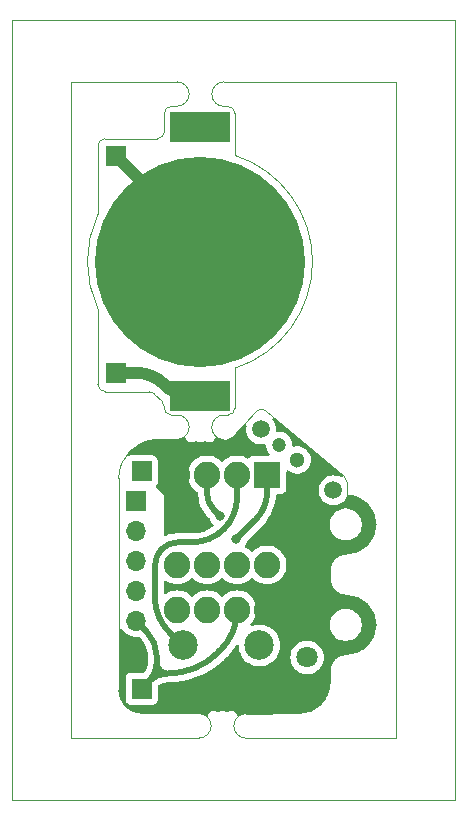
<source format=gbr>
%TF.GenerationSoftware,KiCad,Pcbnew,8.0.2-1*%
%TF.CreationDate,2024-07-30T22:04:43-07:00*%
%TF.ProjectId,tamagotchi_panel_rounded,74616d61-676f-4746-9368-695f70616e65,rev?*%
%TF.SameCoordinates,Original*%
%TF.FileFunction,Copper,L2,Bot*%
%TF.FilePolarity,Positive*%
%FSLAX46Y46*%
G04 Gerber Fmt 4.6, Leading zero omitted, Abs format (unit mm)*
G04 Created by KiCad (PCBNEW 8.0.2-1) date 2024-07-30 22:04:43*
%MOMM*%
%LPD*%
G01*
G04 APERTURE LIST*
G04 Aperture macros list*
%AMRotRect*
0 Rectangle, with rotation*
0 The origin of the aperture is its center*
0 $1 length*
0 $2 width*
0 $3 Rotation angle, in degrees counterclockwise*
0 Add horizontal line*
21,1,$1,$2,0,0,$3*%
G04 Aperture macros list end*
%TA.AperFunction,ComponentPad*%
%ADD10R,2.250000X2.250000*%
%TD*%
%TA.AperFunction,ComponentPad*%
%ADD11C,2.250000*%
%TD*%
%TA.AperFunction,ComponentPad*%
%ADD12R,1.700000X1.700000*%
%TD*%
%TA.AperFunction,ComponentPad*%
%ADD13C,1.300000*%
%TD*%
%TA.AperFunction,ComponentPad*%
%ADD14C,1.200000*%
%TD*%
%TA.AperFunction,ComponentPad*%
%ADD15C,1.500000*%
%TD*%
%TA.AperFunction,ComponentPad*%
%ADD16C,2.500000*%
%TD*%
%TA.AperFunction,ComponentPad*%
%ADD17RotRect,1.800000X1.800000X70.000000*%
%TD*%
%TA.AperFunction,ComponentPad*%
%ADD18C,1.800000*%
%TD*%
%TA.AperFunction,SMDPad,CuDef*%
%ADD19R,5.100000X2.500000*%
%TD*%
%TA.AperFunction,SMDPad,CuDef*%
%ADD20C,17.800000*%
%TD*%
%TA.AperFunction,ComponentPad*%
%ADD21O,1.700000X1.700000*%
%TD*%
%TA.AperFunction,ViaPad*%
%ADD22C,0.800000*%
%TD*%
%TA.AperFunction,Conductor*%
%ADD23C,0.500000*%
%TD*%
%TA.AperFunction,Conductor*%
%ADD24C,1.000000*%
%TD*%
%TA.AperFunction,Profile*%
%ADD25C,0.100000*%
%TD*%
G04 APERTURE END LIST*
D10*
%TO.P,U1,1,~{RESET}/PB5*%
%TO.N,ISP RESET*%
X39620077Y-51983079D03*
D11*
%TO.P,U1,2,XTAL1/PB3*%
%TO.N,BUTTON*%
X37080077Y-51983079D03*
%TO.P,U1,3,XTAL2/PB4*%
%TO.N,LED*%
X34540077Y-51983079D03*
%TO.P,U1,4,GND*%
%TO.N,GND*%
X32000077Y-51983079D03*
%TO.P,U1,5,AREF/PB0*%
%TO.N,ISP MOSI*%
X32000077Y-59603079D03*
%TO.P,U1,6,PB1*%
%TO.N,ISP MISO*%
X34540077Y-59603079D03*
%TO.P,U1,7,PB2*%
%TO.N,ISP SCK*%
X37080077Y-59603079D03*
%TO.P,U1,8,VCC*%
%TO.N,VCC*%
X39620077Y-59603079D03*
%TD*%
D12*
%TO.P,J4,1,Pin_1*%
%TO.N,Net-(BT2-+)*%
X26800000Y-43343402D03*
%TD*%
D13*
%TO.P,SW2,1,1*%
%TO.N,GND*%
X43704199Y-51996982D03*
D14*
%TO.P,SW2,2,2*%
%TO.N,Net-(J3-Pin_1)*%
X40640021Y-49425832D03*
D13*
%TO.P,SW2,3*%
X42172110Y-50711407D03*
D15*
%TO.P,SW2,MH1*%
%TO.N,N/C*%
X45236288Y-53282557D03*
%TO.P,SW2,MH2*%
X39107932Y-48140256D03*
%TD*%
D16*
%TO.P,SW1,1,1*%
%TO.N,GND*%
X38968713Y-70923675D03*
X32468713Y-70923675D03*
%TO.P,SW1,2,2*%
%TO.N,BUTTON*%
X38968713Y-66423675D03*
X32468713Y-66423675D03*
%TD*%
D11*
%TO.P,U2,1,Gnd*%
%TO.N,GND*%
X39625000Y-63400000D03*
%TO.P,U2,2,VCC*%
%TO.N,VCC*%
X37085000Y-63400000D03*
%TO.P,U2,3,SCL*%
%TO.N,ISP SCK*%
X34545000Y-63400000D03*
%TO.P,U2,4,SDA*%
%TO.N,ISP MOSI*%
X32005000Y-63400000D03*
%TD*%
D12*
%TO.P,J3,1,Pin_1*%
%TO.N,Net-(J3-Pin_1)*%
X28993960Y-51683079D03*
%TD*%
%TO.P,J5,1,Pin_1*%
%TO.N,Net-(BT2--)*%
X26800000Y-24943402D03*
%TD*%
%TO.P,J2,1,Pin_1*%
%TO.N,VCC*%
X28993960Y-70083079D03*
%TD*%
D17*
%TO.P,D1,1,K*%
%TO.N,GND*%
X42142843Y-69816333D03*
D18*
%TO.P,D1,2,A*%
%TO.N,LED*%
X43011574Y-67429514D03*
%TD*%
D19*
%TO.P,BT2,1,+*%
%TO.N,Net-(BT2-+)*%
X33978370Y-45343402D03*
X33978370Y-22543402D03*
D20*
%TO.P,BT2,2,-*%
%TO.N,Net-(BT2--)*%
X33978370Y-33943402D03*
%TD*%
D12*
%TO.P,J1,1,Pin_1*%
%TO.N,ISP RESET*%
X28505077Y-54163079D03*
D21*
%TO.P,J1,2,Pin_2*%
%TO.N,ISP SCK*%
X28505077Y-56703079D03*
%TO.P,J1,3,Pin_3*%
%TO.N,ISP MISO*%
X28505077Y-59243079D03*
%TO.P,J1,4,Pin_4*%
%TO.N,ISP MOSI*%
X28505077Y-61783079D03*
%TO.P,J1,5,Pin_5*%
%TO.N,VCC*%
X28505077Y-64323079D03*
%TO.P,J1,6,Pin_6*%
%TO.N,GND*%
X28505077Y-66863079D03*
%TD*%
D22*
%TO.N,ISP RESET*%
X37000034Y-57432193D03*
%TO.N,Net-(BT2-+)*%
X33978370Y-22543402D03*
%TO.N,LED*%
X35647360Y-55468176D03*
%TD*%
D23*
%TO.N,LED*%
X34540077Y-53577925D02*
G75*
G03*
X35093736Y-54914516I1890223J25D01*
G01*
X34540077Y-53577925D02*
X34540077Y-51983079D01*
X35093718Y-54914534D02*
X35647360Y-55468176D01*
D24*
%TO.N,Net-(BT2--)*%
X33318981Y-31418981D02*
G75*
G02*
X33978387Y-33010886I-1591881J-1591919D01*
G01*
X26858746Y-24958746D02*
G75*
G03*
X26821701Y-24943403I-37046J-37054D01*
G01*
%TO.N,Net-(BT2-+)*%
X30943402Y-44343402D02*
G75*
G03*
X28529188Y-43343406I-2414202J-2414198D01*
G01*
X31223932Y-44623932D02*
G75*
G03*
X32960886Y-45343418I1736968J1736932D01*
G01*
D23*
%TO.N,VCC*%
X37085000Y-63400000D02*
G75*
G02*
X35660165Y-66839835I-4864690J20D01*
G01*
X35478902Y-67021096D02*
G75*
G02*
X31184312Y-68800004I-4294652J4294636D01*
G01*
X29635499Y-69441539D02*
G75*
G03*
X30277061Y-67892726I-1548799J1548839D01*
G01*
X31184312Y-68800000D02*
G75*
G03*
X29635504Y-69441544I-12J-2190300D01*
G01*
X30277039Y-67892726D02*
G75*
G03*
X31184312Y-68799961I907261J26D01*
G01*
X29391058Y-65209060D02*
G75*
G02*
X30277031Y-67348007I-2138958J-2138940D01*
G01*
%TO.N,BUTTON*%
X37080077Y-53876230D02*
G75*
G02*
X35965078Y-56568080I-3806857J0D01*
G01*
X30696751Y-58254753D02*
G75*
G03*
X30125076Y-59634897I1380149J-1380147D01*
G01*
X35965077Y-56568079D02*
G75*
G02*
X33273228Y-57683090I-2691877J2691879D01*
G01*
X32076895Y-57683079D02*
G75*
G03*
X30696753Y-58254755I5J-1951821D01*
G01*
X30125077Y-62422838D02*
G75*
G03*
X31296895Y-65251857I4000833J-2D01*
G01*
%TO.N,ISP RESET*%
X39620077Y-53397614D02*
G75*
G02*
X38619839Y-55812367I-3414977J14D01*
G01*
X39620077Y-52068079D02*
G75*
G03*
X39535077Y-51983123I-84977J-21D01*
G01*
X39535077Y-51983079D02*
X39450077Y-51983079D01*
X38619849Y-55812377D02*
X37000034Y-57432193D01*
X39620077Y-53397614D02*
X39620077Y-52068079D01*
%TO.N,BUTTON*%
X30125077Y-59634897D02*
X30125077Y-62422838D01*
X37080077Y-53876230D02*
X37080077Y-51983079D01*
X31296895Y-65251857D02*
X32468713Y-66423675D01*
X33273228Y-57683079D02*
X32076895Y-57683079D01*
%TO.N,VCC*%
X35660164Y-66839834D02*
X35478902Y-67021096D01*
X29391058Y-65209060D02*
X28505077Y-64323079D01*
X30277039Y-67892726D02*
X30277039Y-67348007D01*
X29635499Y-69441539D02*
X28993960Y-70083079D01*
D24*
%TO.N,Net-(BT2-+)*%
X28529188Y-43343402D02*
X26800000Y-43343402D01*
X32960886Y-45343402D02*
X33978370Y-45343402D01*
X30943402Y-44343402D02*
X31223932Y-44623932D01*
%TO.N,Net-(BT2--)*%
X33318981Y-31418981D02*
X26858746Y-24958746D01*
X33978370Y-33010886D02*
X33978370Y-33943402D01*
X26821701Y-24943402D02*
X26800000Y-24943402D01*
%TD*%
%TA.AperFunction,Conductor*%
%TO.N,GND*%
G36*
X40260069Y-47167933D02*
G01*
X40262380Y-47169826D01*
X44846241Y-51019960D01*
X45978808Y-51971240D01*
X46017482Y-52029431D01*
X46018556Y-52099292D01*
X45981690Y-52158644D01*
X45918588Y-52188643D01*
X45849285Y-52179764D01*
X45846652Y-52178573D01*
X45668369Y-52095439D01*
X45668367Y-52095438D01*
X45668364Y-52095437D01*
X45480865Y-52045196D01*
X45455660Y-52038442D01*
X45455653Y-52038441D01*
X45236290Y-52019250D01*
X45236286Y-52019250D01*
X45016922Y-52038441D01*
X45016915Y-52038442D01*
X44804208Y-52095438D01*
X44604634Y-52188501D01*
X44604630Y-52188503D01*
X44424255Y-52314804D01*
X44424248Y-52314809D01*
X44268540Y-52470517D01*
X44268535Y-52470524D01*
X44142234Y-52650899D01*
X44142232Y-52650903D01*
X44049169Y-52850477D01*
X43992173Y-53063184D01*
X43992172Y-53063191D01*
X43972981Y-53282554D01*
X43972981Y-53282559D01*
X43991847Y-53498208D01*
X43992173Y-53501928D01*
X44049168Y-53714633D01*
X44049169Y-53714636D01*
X44049170Y-53714638D01*
X44089466Y-53801053D01*
X44142232Y-53914211D01*
X44268539Y-54094595D01*
X44424250Y-54250306D01*
X44604634Y-54376613D01*
X44804212Y-54469677D01*
X45016917Y-54526672D01*
X45173610Y-54540380D01*
X45236286Y-54545864D01*
X45236288Y-54545864D01*
X45236290Y-54545864D01*
X45291130Y-54541066D01*
X45455659Y-54526672D01*
X45668364Y-54469677D01*
X45867942Y-54376613D01*
X46048326Y-54250306D01*
X46204037Y-54094595D01*
X46330344Y-53914211D01*
X46402709Y-53759021D01*
X46448881Y-53706582D01*
X46516074Y-53687430D01*
X46530629Y-53688403D01*
X46811279Y-53723857D01*
X46826565Y-53726773D01*
X47115868Y-53801053D01*
X47130654Y-53805857D01*
X47408374Y-53915814D01*
X47422455Y-53922440D01*
X47555208Y-53995422D01*
X47684183Y-54066326D01*
X47697332Y-54074670D01*
X47938968Y-54250230D01*
X47950965Y-54260155D01*
X47959640Y-54268301D01*
X48168691Y-54464612D01*
X48179341Y-54475951D01*
X48369733Y-54706097D01*
X48378883Y-54718690D01*
X48538920Y-54970868D01*
X48546422Y-54984514D01*
X48673593Y-55254766D01*
X48679325Y-55269245D01*
X48771616Y-55553291D01*
X48775489Y-55568373D01*
X48831458Y-55861766D01*
X48833409Y-55877216D01*
X48852163Y-56175294D01*
X48852163Y-56190866D01*
X48833409Y-56488943D01*
X48831458Y-56504393D01*
X48775489Y-56797786D01*
X48771616Y-56812868D01*
X48679325Y-57096914D01*
X48673593Y-57111393D01*
X48546422Y-57381645D01*
X48538920Y-57395291D01*
X48378883Y-57647469D01*
X48369730Y-57660067D01*
X48179346Y-57890202D01*
X48168685Y-57901554D01*
X47950965Y-58106004D01*
X47938968Y-58115929D01*
X47697332Y-58291489D01*
X47684183Y-58299833D01*
X47422456Y-58443718D01*
X47408367Y-58450348D01*
X47130669Y-58560297D01*
X47115858Y-58565109D01*
X46826570Y-58639385D01*
X46811274Y-58642303D01*
X46514028Y-58679853D01*
X46500353Y-58680817D01*
X46350133Y-58683077D01*
X46227819Y-58685742D01*
X45987046Y-58728201D01*
X45987041Y-58728202D01*
X45757286Y-58811828D01*
X45757284Y-58811829D01*
X45545539Y-58934082D01*
X45545538Y-58934083D01*
X45358243Y-59091244D01*
X45201080Y-59278543D01*
X45201078Y-59278544D01*
X45201078Y-59278546D01*
X45078831Y-59490281D01*
X45078825Y-59490294D01*
X44995203Y-59720037D01*
X44995200Y-59720048D01*
X44952742Y-59960821D01*
X44950077Y-60083100D01*
X44950077Y-60783062D01*
X44952783Y-60905331D01*
X44952783Y-60905333D01*
X44967549Y-60989080D01*
X44995236Y-61146113D01*
X45078856Y-61375866D01*
X45078858Y-61375872D01*
X45201101Y-61587612D01*
X45346964Y-61761449D01*
X45358259Y-61774910D01*
X45545553Y-61932073D01*
X45757293Y-62054326D01*
X45987045Y-62137953D01*
X46227822Y-62180412D01*
X46227828Y-62180413D01*
X46350077Y-62183079D01*
X46350132Y-62183079D01*
X46350140Y-62183080D01*
X46361049Y-62183244D01*
X46500365Y-62185342D01*
X46514016Y-62186305D01*
X46811279Y-62223857D01*
X46826565Y-62226773D01*
X47115868Y-62301053D01*
X47130654Y-62305857D01*
X47408374Y-62415814D01*
X47422456Y-62422441D01*
X47684183Y-62566326D01*
X47697332Y-62574670D01*
X47938968Y-62750230D01*
X47950965Y-62760155D01*
X48041050Y-62844749D01*
X48168691Y-62964612D01*
X48179341Y-62975951D01*
X48369733Y-63206097D01*
X48378883Y-63218690D01*
X48538920Y-63470868D01*
X48546422Y-63484514D01*
X48673593Y-63754766D01*
X48679325Y-63769245D01*
X48771616Y-64053291D01*
X48775489Y-64068373D01*
X48831458Y-64361766D01*
X48833409Y-64377216D01*
X48852163Y-64675294D01*
X48852163Y-64690866D01*
X48833409Y-64988943D01*
X48831458Y-65004393D01*
X48775489Y-65297786D01*
X48771616Y-65312868D01*
X48679325Y-65596914D01*
X48673593Y-65611393D01*
X48546422Y-65881645D01*
X48538920Y-65895291D01*
X48378883Y-66147469D01*
X48369730Y-66160067D01*
X48179346Y-66390202D01*
X48168685Y-66401554D01*
X47950965Y-66606004D01*
X47938968Y-66615929D01*
X47697332Y-66791489D01*
X47684183Y-66799833D01*
X47422456Y-66943718D01*
X47408367Y-66950348D01*
X47130669Y-67060297D01*
X47115858Y-67065109D01*
X46826570Y-67139385D01*
X46811274Y-67142303D01*
X46514028Y-67179853D01*
X46500353Y-67180817D01*
X46350133Y-67183077D01*
X46227819Y-67185742D01*
X45987046Y-67228201D01*
X45987041Y-67228202D01*
X45757286Y-67311828D01*
X45757284Y-67311829D01*
X45545539Y-67434082D01*
X45545538Y-67434083D01*
X45358243Y-67591244D01*
X45201080Y-67778543D01*
X45201078Y-67778544D01*
X45201078Y-67778546D01*
X45078831Y-67990281D01*
X45078825Y-67990294D01*
X44995203Y-68220037D01*
X44995200Y-68220048D01*
X44952742Y-68460821D01*
X44950076Y-68583088D01*
X44957262Y-69583658D01*
X44957252Y-69586336D01*
X44955101Y-69735513D01*
X44954210Y-69748671D01*
X44918031Y-70046646D01*
X44915332Y-70061375D01*
X44843713Y-70351949D01*
X44839258Y-70366245D01*
X44733140Y-70646058D01*
X44726995Y-70659713D01*
X44587915Y-70924708D01*
X44580168Y-70937522D01*
X44410166Y-71183813D01*
X44400931Y-71195600D01*
X44202487Y-71419596D01*
X44191899Y-71430185D01*
X43967886Y-71628642D01*
X43956099Y-71637876D01*
X43709811Y-71807875D01*
X43696996Y-71815622D01*
X43432004Y-71954699D01*
X43418349Y-71960844D01*
X43138534Y-72066961D01*
X43124238Y-72071416D01*
X42833665Y-72143034D01*
X42818936Y-72145733D01*
X42520957Y-72181911D01*
X42507808Y-72182802D01*
X42358065Y-72184971D01*
X42356517Y-72184984D01*
X37922920Y-72193865D01*
X37836244Y-72194039D01*
X37750960Y-72195988D01*
X37733903Y-72196378D01*
X37733899Y-72196378D01*
X37533162Y-72236319D01*
X37533151Y-72236322D01*
X37344067Y-72314665D01*
X37344067Y-72314666D01*
X37257177Y-72372741D01*
X37190503Y-72393628D01*
X37123120Y-72375152D01*
X37076423Y-72323179D01*
X37068502Y-72301753D01*
X37063125Y-72281685D01*
X36996706Y-72166645D01*
X36902776Y-72072715D01*
X36787736Y-72006296D01*
X36659425Y-71971915D01*
X36526587Y-71971915D01*
X36408793Y-72003477D01*
X36398272Y-72006297D01*
X36280006Y-72074579D01*
X36212106Y-72091052D01*
X36156006Y-72074579D01*
X36037739Y-72006297D01*
X36037740Y-72006297D01*
X36027218Y-72003477D01*
X35909425Y-71971915D01*
X35776587Y-71971915D01*
X35658793Y-72003477D01*
X35648272Y-72006297D01*
X35530006Y-72074579D01*
X35462106Y-72091052D01*
X35406006Y-72074579D01*
X35287739Y-72006297D01*
X35287740Y-72006297D01*
X35277218Y-72003477D01*
X35159425Y-71971915D01*
X35026587Y-71971915D01*
X34898276Y-72006296D01*
X34898274Y-72006296D01*
X34898274Y-72006297D01*
X34783236Y-72072715D01*
X34783233Y-72072717D01*
X34689308Y-72166642D01*
X34689306Y-72166645D01*
X34622887Y-72281684D01*
X34618555Y-72297851D01*
X34582188Y-72357510D01*
X34519340Y-72388038D01*
X34449965Y-72379741D01*
X34429947Y-72368894D01*
X34402814Y-72350786D01*
X34333759Y-72304700D01*
X34333756Y-72304698D01*
X34333752Y-72304696D01*
X34144614Y-72226483D01*
X34028626Y-72203488D01*
X33943845Y-72186679D01*
X33943841Y-72186678D01*
X33943837Y-72186678D01*
X33841526Y-72184407D01*
X29051150Y-72183079D01*
X29048972Y-72183059D01*
X28914980Y-72180668D01*
X28899543Y-72179426D01*
X28674540Y-72147072D01*
X28633184Y-72141125D01*
X28615899Y-72137365D01*
X28577565Y-72126109D01*
X28358775Y-72061863D01*
X28342199Y-72055680D01*
X28098437Y-71944355D01*
X28082908Y-71935876D01*
X27857467Y-71790990D01*
X27843304Y-71780387D01*
X27640782Y-71604897D01*
X27628272Y-71592387D01*
X27585368Y-71542872D01*
X27452776Y-71389849D01*
X27442182Y-71375697D01*
X27297300Y-71150250D01*
X27288824Y-71134727D01*
X27246607Y-71042283D01*
X27177504Y-70890963D01*
X27171322Y-70874387D01*
X27095824Y-70617255D01*
X27092064Y-70599974D01*
X27053767Y-70333590D01*
X27052526Y-70318213D01*
X27050097Y-70184181D01*
X27050077Y-70181934D01*
X27050077Y-65124000D01*
X27069762Y-65056961D01*
X27122566Y-65011206D01*
X27174077Y-65000000D01*
X27257489Y-65000000D01*
X27324528Y-65019685D01*
X27361297Y-65056178D01*
X27429353Y-65160344D01*
X27429361Y-65160355D01*
X27581833Y-65325981D01*
X27581837Y-65325985D01*
X27759501Y-65464268D01*
X27759502Y-65464268D01*
X27759504Y-65464270D01*
X27886212Y-65532840D01*
X27957503Y-65571421D01*
X28170442Y-65644523D01*
X28392508Y-65681579D01*
X28617644Y-65681579D01*
X28617646Y-65681579D01*
X28703164Y-65667308D01*
X28772527Y-65675690D01*
X28811253Y-65701936D01*
X28852238Y-65742921D01*
X28857017Y-65747975D01*
X29019437Y-65929725D01*
X29028096Y-65940583D01*
X29098203Y-66039389D01*
X29167116Y-66136514D01*
X29174514Y-66148288D01*
X29290718Y-66358546D01*
X29296751Y-66371075D01*
X29388682Y-66593018D01*
X29393275Y-66606143D01*
X29459779Y-66836987D01*
X29462873Y-66850543D01*
X29503113Y-67087380D01*
X29504670Y-67101198D01*
X29518344Y-67344694D01*
X29518539Y-67351647D01*
X29518539Y-67806883D01*
X29518537Y-67806925D01*
X29518537Y-67841348D01*
X29518500Y-67841474D01*
X29518500Y-67889256D01*
X29518234Y-67897368D01*
X29506818Y-68071499D01*
X29504701Y-68087579D01*
X29471332Y-68255329D01*
X29467134Y-68270997D01*
X29412153Y-68432959D01*
X29405946Y-68447944D01*
X29330295Y-68601344D01*
X29322185Y-68615390D01*
X29286050Y-68669470D01*
X29232438Y-68714275D01*
X29182948Y-68724579D01*
X28095305Y-68724579D01*
X28034757Y-68731090D01*
X28034755Y-68731090D01*
X27897755Y-68782190D01*
X27780699Y-68869818D01*
X27693071Y-68986874D01*
X27641971Y-69123874D01*
X27641971Y-69123876D01*
X27635460Y-69184424D01*
X27635460Y-70981733D01*
X27641971Y-71042281D01*
X27641971Y-71042283D01*
X27676452Y-71134727D01*
X27693071Y-71179283D01*
X27780699Y-71296340D01*
X27897756Y-71383968D01*
X28034759Y-71435068D01*
X28062010Y-71437997D01*
X28095305Y-71441578D01*
X28095322Y-71441579D01*
X29892598Y-71441579D01*
X29892614Y-71441578D01*
X29919652Y-71438670D01*
X29953161Y-71435068D01*
X30090164Y-71383968D01*
X30207221Y-71296340D01*
X30294849Y-71179283D01*
X30345949Y-71042280D01*
X30349551Y-71008771D01*
X30352459Y-70981733D01*
X30352460Y-70981716D01*
X30352460Y-69894065D01*
X30372145Y-69827026D01*
X30407568Y-69790964D01*
X30461631Y-69754839D01*
X30475674Y-69746730D01*
X30629081Y-69671077D01*
X30644063Y-69664872D01*
X30717679Y-69639882D01*
X30806026Y-69609893D01*
X30821687Y-69605696D01*
X30989454Y-69572325D01*
X31005503Y-69570211D01*
X31180136Y-69558766D01*
X31188196Y-69558502D01*
X31428324Y-69558501D01*
X31915089Y-69523682D01*
X32398130Y-69454227D01*
X32874986Y-69350489D01*
X33343226Y-69212998D01*
X33800465Y-69042453D01*
X34244372Y-68839725D01*
X34672686Y-68605845D01*
X35083224Y-68342006D01*
X35473894Y-68049551D01*
X35842706Y-67729973D01*
X35952204Y-67620472D01*
X35952209Y-67620469D01*
X35962415Y-67610262D01*
X35962417Y-67610262D01*
X36160183Y-67412494D01*
X36160191Y-67412490D01*
X36196505Y-67376175D01*
X36196506Y-67376176D01*
X36352730Y-67219952D01*
X36639702Y-66883952D01*
X36899426Y-66526472D01*
X36978140Y-66398022D01*
X37029952Y-66351148D01*
X37098881Y-66339725D01*
X37163044Y-66367382D01*
X37202069Y-66425338D01*
X37207520Y-66453547D01*
X37224977Y-66686498D01*
X37267462Y-66872635D01*
X37283626Y-66943455D01*
X37379917Y-67188799D01*
X37511698Y-67417051D01*
X37644425Y-67583485D01*
X37676030Y-67623117D01*
X37789446Y-67728351D01*
X37869232Y-67802381D01*
X38086998Y-67950851D01*
X38324459Y-68065207D01*
X38576313Y-68142893D01*
X38576314Y-68142893D01*
X38576317Y-68142894D01*
X38836924Y-68182174D01*
X38836929Y-68182174D01*
X38836932Y-68182175D01*
X38836933Y-68182175D01*
X39100493Y-68182175D01*
X39100494Y-68182175D01*
X39100501Y-68182174D01*
X39361108Y-68142894D01*
X39361109Y-68142893D01*
X39361113Y-68142893D01*
X39612967Y-68065207D01*
X39850429Y-67950851D01*
X40068194Y-67802381D01*
X40261399Y-67623113D01*
X40415794Y-67429508D01*
X41598247Y-67429508D01*
X41598247Y-67429519D01*
X41617522Y-67662136D01*
X41674825Y-67888421D01*
X41768589Y-68102182D01*
X41896260Y-68297598D01*
X42046519Y-68460821D01*
X42054354Y-68469332D01*
X42238557Y-68612704D01*
X42238559Y-68612705D01*
X42238562Y-68612707D01*
X42243520Y-68615390D01*
X42443847Y-68723801D01*
X42558488Y-68763157D01*
X42664619Y-68799593D01*
X42664621Y-68799593D01*
X42664623Y-68799594D01*
X42894862Y-68838014D01*
X42894863Y-68838014D01*
X43128285Y-68838014D01*
X43128286Y-68838014D01*
X43358525Y-68799594D01*
X43579301Y-68723801D01*
X43784591Y-68612704D01*
X43968794Y-68469332D01*
X44126888Y-68297597D01*
X44254558Y-68102183D01*
X44348323Y-67888421D01*
X44405625Y-67662140D01*
X44423457Y-67446946D01*
X44424901Y-67429519D01*
X44424901Y-67429508D01*
X44407536Y-67219952D01*
X44405625Y-67196888D01*
X44348323Y-66970607D01*
X44254558Y-66756845D01*
X44156009Y-66606004D01*
X44126887Y-66561429D01*
X43968797Y-66389699D01*
X43968796Y-66389698D01*
X43968794Y-66389696D01*
X43784591Y-66246324D01*
X43784589Y-66246323D01*
X43784588Y-66246322D01*
X43784585Y-66246320D01*
X43579307Y-66135230D01*
X43579304Y-66135229D01*
X43579301Y-66135227D01*
X43579295Y-66135225D01*
X43579293Y-66135224D01*
X43358528Y-66059434D01*
X43185845Y-66030619D01*
X43128286Y-66021014D01*
X42894862Y-66021014D01*
X42848814Y-66028698D01*
X42664619Y-66059434D01*
X42443854Y-66135224D01*
X42443840Y-66135230D01*
X42238562Y-66246320D01*
X42238559Y-66246322D01*
X42054355Y-66389695D01*
X42054350Y-66389699D01*
X41896260Y-66561429D01*
X41768589Y-66756845D01*
X41674825Y-66970606D01*
X41617522Y-67196891D01*
X41598247Y-67429508D01*
X40415794Y-67429508D01*
X40425728Y-67417051D01*
X40557509Y-67188799D01*
X40653800Y-66943455D01*
X40712448Y-66686501D01*
X40724440Y-66526473D01*
X40732144Y-66423679D01*
X40732144Y-66423670D01*
X40712448Y-66160851D01*
X40712448Y-66160849D01*
X40653800Y-65903895D01*
X40557509Y-65658551D01*
X40425728Y-65430299D01*
X40261399Y-65224237D01*
X40261398Y-65224236D01*
X40261395Y-65224232D01*
X40068194Y-65044969D01*
X40002621Y-65000262D01*
X39850429Y-64896499D01*
X39850426Y-64896498D01*
X39850424Y-64896496D01*
X39719471Y-64833432D01*
X39612967Y-64782143D01*
X39612961Y-64782141D01*
X39612953Y-64782138D01*
X39361118Y-64704458D01*
X39361108Y-64704455D01*
X39100501Y-64665175D01*
X39100494Y-64665175D01*
X38836932Y-64665175D01*
X38836924Y-64665175D01*
X38576317Y-64704455D01*
X38576307Y-64704458D01*
X38361538Y-64770705D01*
X38291675Y-64771655D01*
X38232389Y-64734683D01*
X38202502Y-64671528D01*
X38211505Y-64602241D01*
X38230665Y-64576478D01*
X44922536Y-64576478D01*
X44922536Y-64789680D01*
X44939212Y-64894969D01*
X44955889Y-65000259D01*
X44955889Y-65000262D01*
X45021770Y-65203023D01*
X45021772Y-65203026D01*
X45118564Y-65392992D01*
X45243882Y-65565476D01*
X45394639Y-65716233D01*
X45567123Y-65841551D01*
X45757089Y-65938343D01*
X45757091Y-65938344D01*
X45946218Y-65999794D01*
X45959857Y-66004226D01*
X46170435Y-66037579D01*
X46170436Y-66037579D01*
X46383636Y-66037579D01*
X46383637Y-66037579D01*
X46594215Y-66004226D01*
X46594218Y-66004225D01*
X46594219Y-66004225D01*
X46796980Y-65938344D01*
X46796980Y-65938343D01*
X46796983Y-65938343D01*
X46986949Y-65841551D01*
X47159433Y-65716233D01*
X47310190Y-65565476D01*
X47435508Y-65392992D01*
X47532300Y-65203026D01*
X47591871Y-65019685D01*
X47598182Y-65000262D01*
X47598182Y-65000261D01*
X47598183Y-65000258D01*
X47631536Y-64789680D01*
X47631536Y-64576478D01*
X47598183Y-64365900D01*
X47598182Y-64365896D01*
X47598182Y-64365895D01*
X47532301Y-64163134D01*
X47532299Y-64163131D01*
X47476334Y-64053291D01*
X47435508Y-63973166D01*
X47310190Y-63800682D01*
X47159433Y-63649925D01*
X46986949Y-63524607D01*
X46796983Y-63427815D01*
X46796980Y-63427813D01*
X46594217Y-63361932D01*
X46453829Y-63339696D01*
X46383637Y-63328579D01*
X46170435Y-63328579D01*
X46100242Y-63339696D01*
X45959855Y-63361932D01*
X45959852Y-63361932D01*
X45757091Y-63427813D01*
X45757088Y-63427815D01*
X45567122Y-63524607D01*
X45394637Y-63649926D01*
X45243883Y-63800680D01*
X45118564Y-63973165D01*
X45021772Y-64163131D01*
X45021770Y-64163134D01*
X44955889Y-64365895D01*
X44955889Y-64365898D01*
X44934579Y-64500441D01*
X44922536Y-64576478D01*
X38230665Y-64576478D01*
X38240868Y-64562758D01*
X38240186Y-64562076D01*
X38243627Y-64558634D01*
X38243631Y-64558631D01*
X38410616Y-64363116D01*
X38544960Y-64143887D01*
X38643355Y-63906340D01*
X38703378Y-63656326D01*
X38723551Y-63400000D01*
X38703378Y-63143674D01*
X38643355Y-62893660D01*
X38623096Y-62844749D01*
X38544960Y-62656112D01*
X38410617Y-62436886D01*
X38410614Y-62436881D01*
X38350518Y-62366518D01*
X38243631Y-62241369D01*
X38122546Y-62137953D01*
X38048118Y-62074385D01*
X38048113Y-62074382D01*
X37828887Y-61940039D01*
X37591340Y-61841644D01*
X37341322Y-61781621D01*
X37341323Y-61781621D01*
X37085000Y-61761449D01*
X36828676Y-61781621D01*
X36578659Y-61841644D01*
X36341112Y-61940039D01*
X36121886Y-62074382D01*
X36121881Y-62074385D01*
X35926368Y-62241369D01*
X35909289Y-62261367D01*
X35850782Y-62299559D01*
X35780914Y-62300057D01*
X35721868Y-62262703D01*
X35720711Y-62261367D01*
X35703631Y-62241369D01*
X35508118Y-62074385D01*
X35508113Y-62074382D01*
X35288887Y-61940039D01*
X35051340Y-61841644D01*
X34801322Y-61781621D01*
X34801323Y-61781621D01*
X34545000Y-61761449D01*
X34288676Y-61781621D01*
X34038659Y-61841644D01*
X33801112Y-61940039D01*
X33581886Y-62074382D01*
X33581881Y-62074385D01*
X33386368Y-62241369D01*
X33369289Y-62261367D01*
X33310782Y-62299559D01*
X33240914Y-62300057D01*
X33181868Y-62262703D01*
X33180711Y-62261367D01*
X33163631Y-62241369D01*
X32968118Y-62074385D01*
X32968113Y-62074382D01*
X32748887Y-61940039D01*
X32511340Y-61841644D01*
X32261322Y-61781621D01*
X32261323Y-61781621D01*
X32005000Y-61761449D01*
X31748676Y-61781621D01*
X31498659Y-61841644D01*
X31261112Y-61940039D01*
X31072367Y-62055703D01*
X31004921Y-62073948D01*
X30938319Y-62052832D01*
X30893705Y-61999060D01*
X30883577Y-61949976D01*
X30883577Y-61056119D01*
X30903262Y-60989080D01*
X30956066Y-60943325D01*
X31025224Y-60933381D01*
X31072367Y-60950392D01*
X31256189Y-61063039D01*
X31493736Y-61161434D01*
X31556240Y-61176439D01*
X31743751Y-61221457D01*
X32000077Y-61241630D01*
X32256403Y-61221457D01*
X32506417Y-61161434D01*
X32743964Y-61063039D01*
X32963193Y-60928695D01*
X33158708Y-60761710D01*
X33175788Y-60741711D01*
X33234292Y-60703520D01*
X33304160Y-60703020D01*
X33363207Y-60740373D01*
X33364300Y-60741634D01*
X33381446Y-60761710D01*
X33423577Y-60797693D01*
X33576958Y-60928693D01*
X33576963Y-60928696D01*
X33796189Y-61063039D01*
X34033736Y-61161434D01*
X34096240Y-61176439D01*
X34283751Y-61221457D01*
X34540077Y-61241630D01*
X34796403Y-61221457D01*
X35046417Y-61161434D01*
X35283964Y-61063039D01*
X35503193Y-60928695D01*
X35698708Y-60761710D01*
X35715788Y-60741711D01*
X35774292Y-60703520D01*
X35844160Y-60703020D01*
X35903207Y-60740373D01*
X35904300Y-60741634D01*
X35921446Y-60761710D01*
X35963577Y-60797693D01*
X36116958Y-60928693D01*
X36116963Y-60928696D01*
X36336189Y-61063039D01*
X36573736Y-61161434D01*
X36636240Y-61176439D01*
X36823751Y-61221457D01*
X37080077Y-61241630D01*
X37336403Y-61221457D01*
X37586417Y-61161434D01*
X37823964Y-61063039D01*
X38043193Y-60928695D01*
X38238708Y-60761710D01*
X38255788Y-60741711D01*
X38314292Y-60703520D01*
X38384160Y-60703020D01*
X38443207Y-60740373D01*
X38444300Y-60741634D01*
X38461446Y-60761710D01*
X38503577Y-60797693D01*
X38656958Y-60928693D01*
X38656963Y-60928696D01*
X38876189Y-61063039D01*
X39113736Y-61161434D01*
X39176240Y-61176439D01*
X39363751Y-61221457D01*
X39620077Y-61241630D01*
X39876403Y-61221457D01*
X40126417Y-61161434D01*
X40363964Y-61063039D01*
X40583193Y-60928695D01*
X40778708Y-60761710D01*
X40945693Y-60566195D01*
X41080037Y-60346966D01*
X41178432Y-60109419D01*
X41238455Y-59859405D01*
X41258628Y-59603079D01*
X41238455Y-59346753D01*
X41178432Y-59096739D01*
X41111058Y-58934082D01*
X41080037Y-58859191D01*
X40945694Y-58639965D01*
X40945691Y-58639960D01*
X40828832Y-58503136D01*
X40778708Y-58444448D01*
X40635104Y-58321799D01*
X40583195Y-58277464D01*
X40583190Y-58277461D01*
X40363964Y-58143118D01*
X40126417Y-58044723D01*
X39876399Y-57984700D01*
X39876400Y-57984700D01*
X39620077Y-57964528D01*
X39363753Y-57984700D01*
X39113736Y-58044723D01*
X38876189Y-58143118D01*
X38656963Y-58277461D01*
X38656958Y-58277464D01*
X38461445Y-58444448D01*
X38444366Y-58464446D01*
X38385859Y-58502638D01*
X38315991Y-58503136D01*
X38256945Y-58465782D01*
X38255788Y-58464446D01*
X38238708Y-58444448D01*
X38043195Y-58277464D01*
X38043190Y-58277461D01*
X37823966Y-58143119D01*
X37805025Y-58135274D01*
X37750622Y-58091432D01*
X37728558Y-58025138D01*
X37745092Y-57958713D01*
X37749302Y-57951421D01*
X37834561Y-57803749D01*
X37889571Y-57634446D01*
X37919817Y-57585089D01*
X39209015Y-56295892D01*
X39209015Y-56295891D01*
X39213517Y-56291390D01*
X39213694Y-56291192D01*
X39285025Y-56219864D01*
X39405342Y-56076478D01*
X44922536Y-56076478D01*
X44922536Y-56289679D01*
X44955889Y-56500259D01*
X44955889Y-56500262D01*
X45021770Y-56703023D01*
X45021772Y-56703026D01*
X45118564Y-56892992D01*
X45243882Y-57065476D01*
X45394639Y-57216233D01*
X45567123Y-57341551D01*
X45757089Y-57438343D01*
X45757091Y-57438344D01*
X45946218Y-57499794D01*
X45959857Y-57504226D01*
X46170435Y-57537579D01*
X46170436Y-57537579D01*
X46383636Y-57537579D01*
X46383637Y-57537579D01*
X46594215Y-57504226D01*
X46594218Y-57504225D01*
X46594219Y-57504225D01*
X46796980Y-57438344D01*
X46796980Y-57438343D01*
X46796983Y-57438343D01*
X46986949Y-57341551D01*
X47159433Y-57216233D01*
X47310190Y-57065476D01*
X47435508Y-56892992D01*
X47532300Y-56703026D01*
X47576419Y-56567242D01*
X47598182Y-56500262D01*
X47598182Y-56500261D01*
X47598183Y-56500258D01*
X47631536Y-56289680D01*
X47631536Y-56076478D01*
X47598183Y-55865900D01*
X47598182Y-55865896D01*
X47598182Y-55865895D01*
X47532301Y-55663134D01*
X47532299Y-55663131D01*
X47523595Y-55646047D01*
X47435508Y-55473166D01*
X47310190Y-55300682D01*
X47159433Y-55149925D01*
X46986949Y-55024607D01*
X46796983Y-54927815D01*
X46796980Y-54927813D01*
X46594217Y-54861932D01*
X46453829Y-54839696D01*
X46383637Y-54828579D01*
X46170435Y-54828579D01*
X46100242Y-54839696D01*
X45959855Y-54861932D01*
X45959852Y-54861932D01*
X45757091Y-54927813D01*
X45757088Y-54927815D01*
X45567122Y-55024607D01*
X45394637Y-55149926D01*
X45243883Y-55300680D01*
X45118564Y-55473165D01*
X45021772Y-55663131D01*
X45021770Y-55663134D01*
X44955889Y-55865895D01*
X44955889Y-55865898D01*
X44922536Y-56076478D01*
X39405342Y-56076478D01*
X39519282Y-55940691D01*
X39728316Y-55642163D01*
X39910536Y-55326552D01*
X40064555Y-54996261D01*
X40189202Y-54653803D01*
X40283527Y-54301785D01*
X40346812Y-53942885D01*
X40362695Y-53761350D01*
X40365458Y-53729771D01*
X40390911Y-53664702D01*
X40447502Y-53623724D01*
X40488986Y-53616579D01*
X40793715Y-53616579D01*
X40793731Y-53616578D01*
X40820769Y-53613670D01*
X40854278Y-53610068D01*
X40991281Y-53558968D01*
X41108338Y-53471340D01*
X41195966Y-53354283D01*
X41247066Y-53217280D01*
X41250668Y-53183771D01*
X41253576Y-53156733D01*
X41253577Y-53156716D01*
X41253577Y-51722527D01*
X41273262Y-51655488D01*
X41326066Y-51609733D01*
X41395224Y-51599789D01*
X41458780Y-51628814D01*
X41461088Y-51630865D01*
X41470967Y-51639871D01*
X41470969Y-51639872D01*
X41470970Y-51639873D01*
X41510034Y-51664060D01*
X41653510Y-51752896D01*
X41853713Y-51830456D01*
X42064759Y-51869907D01*
X42064761Y-51869907D01*
X42279459Y-51869907D01*
X42279461Y-51869907D01*
X42490507Y-51830456D01*
X42690710Y-51752896D01*
X42873253Y-51639871D01*
X43031920Y-51495227D01*
X43096613Y-51409559D01*
X43161304Y-51323894D01*
X43161304Y-51323892D01*
X43161306Y-51323891D01*
X43257007Y-51131698D01*
X43315763Y-50925193D01*
X43335573Y-50711407D01*
X43330574Y-50657464D01*
X43315763Y-50497621D01*
X43315762Y-50497619D01*
X43295021Y-50424723D01*
X43257007Y-50291116D01*
X43161306Y-50098923D01*
X43161305Y-50098922D01*
X43161304Y-50098919D01*
X43031922Y-49927589D01*
X43031920Y-49927586D01*
X42873253Y-49782943D01*
X42873251Y-49782941D01*
X42690713Y-49669920D01*
X42690710Y-49669918D01*
X42588680Y-49630391D01*
X42490507Y-49592358D01*
X42279461Y-49552907D01*
X42064759Y-49552907D01*
X42023157Y-49560683D01*
X41897202Y-49584228D01*
X41827687Y-49577196D01*
X41773009Y-49533699D01*
X41750527Y-49467545D01*
X41750946Y-49450903D01*
X41753270Y-49425832D01*
X41734315Y-49221273D01*
X41678095Y-49023680D01*
X41678090Y-49023669D01*
X41586527Y-48839787D01*
X41586522Y-48839779D01*
X41462720Y-48675838D01*
X41310904Y-48537441D01*
X41310903Y-48537440D01*
X41136239Y-48429292D01*
X40944676Y-48355081D01*
X40742739Y-48317332D01*
X40537303Y-48317332D01*
X40537298Y-48317332D01*
X40513273Y-48321823D01*
X40443758Y-48314791D01*
X40389081Y-48271292D01*
X40366600Y-48205137D01*
X40366963Y-48189126D01*
X40371239Y-48140256D01*
X40371239Y-48140253D01*
X40363432Y-48051019D01*
X40352047Y-47920885D01*
X40295052Y-47708180D01*
X40201988Y-47508603D01*
X40201986Y-47508600D01*
X40201985Y-47508598D01*
X40081071Y-47335915D01*
X40058744Y-47269709D01*
X40075754Y-47201942D01*
X40126702Y-47154129D01*
X40195412Y-47141451D01*
X40260069Y-47167933D01*
G37*
%TD.AperFunction*%
%TA.AperFunction,Conductor*%
G36*
X37802121Y-47698961D02*
G01*
X37859643Y-47738621D01*
X37886592Y-47803084D01*
X37883122Y-47848836D01*
X37863818Y-47920879D01*
X37863816Y-47920890D01*
X37844625Y-48140253D01*
X37844625Y-48140258D01*
X37863816Y-48359621D01*
X37863817Y-48359628D01*
X37880271Y-48421033D01*
X37920812Y-48572332D01*
X37920813Y-48572335D01*
X37920814Y-48572337D01*
X38008417Y-48760203D01*
X38013876Y-48771910D01*
X38140183Y-48952294D01*
X38295894Y-49108005D01*
X38476278Y-49234312D01*
X38675856Y-49327376D01*
X38888561Y-49384371D01*
X39024491Y-49396263D01*
X39107930Y-49403563D01*
X39107932Y-49403563D01*
X39107934Y-49403563D01*
X39162774Y-49398765D01*
X39327303Y-49384371D01*
X39376188Y-49371272D01*
X39446038Y-49372934D01*
X39503901Y-49412095D01*
X39531406Y-49476323D01*
X39531754Y-49479604D01*
X39545727Y-49630390D01*
X39545727Y-49630392D01*
X39601945Y-49827979D01*
X39601951Y-49827994D01*
X39693514Y-50011876D01*
X39693519Y-50011884D01*
X39798463Y-50150852D01*
X39823155Y-50216214D01*
X39808590Y-50284548D01*
X39759392Y-50334161D01*
X39699509Y-50349579D01*
X38446422Y-50349579D01*
X38385874Y-50356090D01*
X38385872Y-50356090D01*
X38248872Y-50407190D01*
X38131816Y-50494818D01*
X38088195Y-50553089D01*
X38032261Y-50594960D01*
X37962569Y-50599944D01*
X37924140Y-50584506D01*
X37823964Y-50523119D01*
X37823963Y-50523118D01*
X37823959Y-50523116D01*
X37586417Y-50424723D01*
X37336399Y-50364700D01*
X37336400Y-50364700D01*
X37080077Y-50344528D01*
X36823753Y-50364700D01*
X36573736Y-50424723D01*
X36336189Y-50523118D01*
X36116963Y-50657461D01*
X36116958Y-50657464D01*
X35921445Y-50824448D01*
X35904366Y-50844446D01*
X35845859Y-50882638D01*
X35775991Y-50883136D01*
X35716945Y-50845782D01*
X35715788Y-50844446D01*
X35698708Y-50824448D01*
X35503195Y-50657464D01*
X35503190Y-50657461D01*
X35283964Y-50523118D01*
X35046417Y-50424723D01*
X34796399Y-50364700D01*
X34796400Y-50364700D01*
X34540077Y-50344528D01*
X34283753Y-50364700D01*
X34033736Y-50424723D01*
X33796189Y-50523118D01*
X33576963Y-50657461D01*
X33576958Y-50657464D01*
X33381446Y-50824448D01*
X33214462Y-51019960D01*
X33214459Y-51019965D01*
X33080116Y-51239191D01*
X32981721Y-51476738D01*
X32921698Y-51726755D01*
X32901526Y-51983079D01*
X32921698Y-52239402D01*
X32981721Y-52489419D01*
X33080116Y-52726966D01*
X33214459Y-52946192D01*
X33214462Y-52946197D01*
X33270077Y-53011313D01*
X33381446Y-53141710D01*
X33469929Y-53217281D01*
X33576958Y-53308693D01*
X33576959Y-53308694D01*
X33576961Y-53308695D01*
X33722366Y-53397799D01*
X33769241Y-53449610D01*
X33781576Y-53503526D01*
X33781576Y-53526547D01*
X33781550Y-53526635D01*
X33781552Y-53726690D01*
X33814865Y-54022308D01*
X33814866Y-54022314D01*
X33814867Y-54022319D01*
X33881072Y-54312363D01*
X33881073Y-54312368D01*
X33881074Y-54312369D01*
X33979334Y-54593169D01*
X33979335Y-54593171D01*
X34092707Y-54828579D01*
X34108422Y-54861209D01*
X34150274Y-54927813D01*
X34266706Y-55113107D01*
X34452201Y-55345703D01*
X34557388Y-55450885D01*
X34727573Y-55621070D01*
X34757823Y-55670432D01*
X34812831Y-55839728D01*
X34812833Y-55839732D01*
X34908320Y-56005120D01*
X35021971Y-56131342D01*
X35036106Y-56147041D01*
X35036108Y-56147043D01*
X35044114Y-56152860D01*
X35086778Y-56208191D01*
X35092756Y-56277805D01*
X35060148Y-56339599D01*
X35045093Y-56352773D01*
X34971694Y-56407210D01*
X34961576Y-56413971D01*
X34715429Y-56561506D01*
X34704697Y-56567242D01*
X34445287Y-56689935D01*
X34434045Y-56694592D01*
X34163854Y-56791269D01*
X34152209Y-56794802D01*
X33873836Y-56864533D01*
X33861901Y-56866907D01*
X33578041Y-56909014D01*
X33565932Y-56910207D01*
X33284896Y-56924016D01*
X33276477Y-56924430D01*
X33270393Y-56924579D01*
X32128258Y-56924579D01*
X32128248Y-56924576D01*
X32076893Y-56924576D01*
X31924685Y-56924576D01*
X31924680Y-56924576D01*
X31622195Y-56958658D01*
X31622183Y-56958660D01*
X31325399Y-57026399D01*
X31325387Y-57026403D01*
X31038071Y-57126940D01*
X31038049Y-57126949D01*
X31027878Y-57131848D01*
X30958937Y-57143200D01*
X30894802Y-57115478D01*
X30855837Y-57057482D01*
X30850077Y-57020128D01*
X30850077Y-53683079D01*
X30221599Y-53054601D01*
X30188114Y-52993278D01*
X30193098Y-52923586D01*
X30210010Y-52892613D01*
X30294849Y-52779283D01*
X30345949Y-52642280D01*
X30349551Y-52608771D01*
X30352459Y-52581733D01*
X30352460Y-52581716D01*
X30352460Y-50784441D01*
X30352459Y-50784424D01*
X30347639Y-50739602D01*
X30345949Y-50723878D01*
X30341297Y-50711406D01*
X30321176Y-50657461D01*
X30294849Y-50586875D01*
X30207221Y-50469818D01*
X30090164Y-50382190D01*
X30043275Y-50364701D01*
X29953163Y-50331090D01*
X29892614Y-50324579D01*
X29892598Y-50324579D01*
X28095322Y-50324579D01*
X28095305Y-50324579D01*
X28034758Y-50331089D01*
X27962203Y-50358152D01*
X27892511Y-50363136D01*
X27831188Y-50329651D01*
X27797703Y-50268328D01*
X27802687Y-50198637D01*
X27821919Y-50164661D01*
X27883187Y-50087832D01*
X27892436Y-50077484D01*
X28144483Y-49825438D01*
X28154832Y-49816189D01*
X28433522Y-49593940D01*
X28444840Y-49585910D01*
X28746660Y-49396263D01*
X28758812Y-49389547D01*
X29079960Y-49234891D01*
X29092783Y-49229578D01*
X29429240Y-49111847D01*
X29442588Y-49108002D01*
X29682460Y-49053253D01*
X29790085Y-49028689D01*
X29803791Y-49026360D01*
X30158855Y-48986353D01*
X30170971Y-48985587D01*
X30349259Y-48983090D01*
X30350911Y-48983079D01*
X31978369Y-48984165D01*
X31978369Y-48984164D01*
X31978388Y-48984165D01*
X32056146Y-48982382D01*
X32080708Y-48981819D01*
X32281452Y-48941877D01*
X32281457Y-48941874D01*
X32281460Y-48941874D01*
X32333495Y-48920313D01*
X32470543Y-48863531D01*
X32565651Y-48799962D01*
X32632322Y-48779075D01*
X32699705Y-48797550D01*
X32746403Y-48849522D01*
X32754328Y-48870960D01*
X32759031Y-48888512D01*
X32759031Y-48888513D01*
X32776256Y-48918346D01*
X32825451Y-49003554D01*
X32919381Y-49097484D01*
X33034421Y-49163903D01*
X33162732Y-49198284D01*
X33162735Y-49198284D01*
X33295567Y-49198284D01*
X33295570Y-49198284D01*
X33423881Y-49163903D01*
X33538921Y-49097484D01*
X33538922Y-49097482D01*
X33542150Y-49095619D01*
X33610050Y-49079146D01*
X33666152Y-49095619D01*
X33669379Y-49097482D01*
X33669381Y-49097484D01*
X33784421Y-49163903D01*
X33912732Y-49198284D01*
X33912735Y-49198284D01*
X34045567Y-49198284D01*
X34045570Y-49198284D01*
X34173881Y-49163903D01*
X34288921Y-49097484D01*
X34288922Y-49097482D01*
X34292150Y-49095619D01*
X34360050Y-49079146D01*
X34416152Y-49095619D01*
X34419379Y-49097482D01*
X34419381Y-49097484D01*
X34534421Y-49163903D01*
X34662732Y-49198284D01*
X34662735Y-49198284D01*
X34795567Y-49198284D01*
X34795570Y-49198284D01*
X34923881Y-49163903D01*
X35038921Y-49097484D01*
X35132851Y-49003554D01*
X35199270Y-48888514D01*
X35200629Y-48883440D01*
X35236991Y-48823781D01*
X35299837Y-48793250D01*
X35369212Y-48801542D01*
X35389232Y-48812388D01*
X35480833Y-48873517D01*
X35589250Y-48918346D01*
X35669978Y-48951726D01*
X35669980Y-48951726D01*
X35669986Y-48951729D01*
X35870765Y-48991526D01*
X35973109Y-48993796D01*
X36233460Y-48996862D01*
X36317260Y-48995101D01*
X36478873Y-48950899D01*
X36622088Y-48863941D01*
X36680998Y-48804314D01*
X37672318Y-47732543D01*
X37732288Y-47696696D01*
X37802121Y-47698961D01*
G37*
%TD.AperFunction*%
%TD*%
D25*
X31976504Y-18693512D02*
G75*
G02*
X31977224Y-20775888I696J-1041188D01*
G01*
X17994496Y-13500000D02*
X55494496Y-13500000D01*
X55494496Y-79500000D01*
X17994496Y-79500000D01*
X17994496Y-13500000D01*
X46135992Y-52103264D02*
G75*
G02*
X46350095Y-52562712I-385892J-459436D01*
G01*
X44950077Y-68583079D02*
G75*
G02*
X46350077Y-67183077I1400023J-21D01*
G01*
X27050077Y-67383079D02*
X27050077Y-52283079D01*
X25900000Y-44928268D02*
G75*
G02*
X25299932Y-44328268I0J600068D01*
G01*
X36287028Y-20782683D02*
G75*
G02*
X36892542Y-21382658I5472J-600017D01*
G01*
X44950077Y-60083079D02*
G75*
G02*
X46350077Y-58683077I1400023J-21D01*
G01*
X46350077Y-53683079D02*
X46350095Y-52562712D01*
X38709268Y-46611441D02*
G75*
G02*
X39535598Y-46559459I440432J-407459D01*
G01*
X30350077Y-48983079D02*
X31978369Y-48984165D01*
X46135992Y-52103264D02*
X39535638Y-46559412D01*
X46350077Y-53683079D02*
G75*
G02*
X46350077Y-58683081I3J-2500001D01*
G01*
X30921404Y-21373650D02*
G75*
G02*
X31515490Y-20773533I599996J150D01*
G01*
X27050077Y-52283079D02*
G75*
G02*
X30350077Y-48983077I3300003J-1D01*
G01*
X30716824Y-45752640D02*
X30068188Y-45104004D01*
X29643924Y-44928268D02*
X25900000Y-44928268D01*
X25300000Y-24119795D02*
G75*
G02*
X25900404Y-23519800I600000J-5D01*
G01*
X27050077Y-67383079D02*
X27050077Y-70183079D01*
X50494496Y-18701499D02*
X50500000Y-74276461D01*
X25300000Y-37935576D02*
G75*
G02*
X25300000Y-29901804I8557550J4016886D01*
G01*
X38709268Y-46611441D02*
X36680998Y-48804314D01*
X29643924Y-44928268D02*
G75*
G02*
X30068183Y-45104009I-24J-600032D01*
G01*
X31977649Y-46901777D02*
X31492749Y-46901886D01*
X31492749Y-46901886D02*
G75*
G02*
X30892614Y-46302147I-149J599986D01*
G01*
X44950077Y-60783079D02*
X44950077Y-60083079D01*
X36294383Y-46910916D02*
X35972389Y-46911408D01*
X46350077Y-62183079D02*
G75*
G02*
X46350077Y-67183081I3J-2500001D01*
G01*
X33841504Y-72184408D02*
X29050077Y-72183079D01*
X25300000Y-29901804D02*
X25300000Y-24119795D01*
X35973109Y-48993796D02*
X36233460Y-48996862D01*
X44950077Y-68583079D02*
X44957272Y-69584983D01*
X31977679Y-20768983D02*
X31515490Y-20773539D01*
X35973109Y-48993796D02*
G75*
G02*
X35972389Y-46911404I-749J1041196D01*
G01*
X44957272Y-69584983D02*
G75*
G02*
X42357272Y-72184982I-2600012J13D01*
G01*
X36287028Y-20782683D02*
X35971964Y-20785531D01*
X23000000Y-74266762D02*
X22994496Y-18691800D01*
X36892452Y-24928268D02*
G75*
G02*
X36899334Y-42949639I-2894112J-9011792D01*
G01*
X35971244Y-18703143D02*
X50494496Y-18701499D01*
X30892614Y-46302147D02*
X30892560Y-46176644D01*
X36893466Y-46311964D02*
G75*
G02*
X36294383Y-46910966I-600066J1064D01*
G01*
X30716824Y-45752640D02*
G75*
G02*
X30892569Y-46176644I-424224J-424260D01*
G01*
X37836964Y-74276427D02*
X50500000Y-74276461D01*
X37836964Y-74276427D02*
G75*
G02*
X37836244Y-72194033I-704J1041197D01*
G01*
X37836244Y-72194039D02*
X42357272Y-72184983D01*
X31976504Y-18693512D02*
X22994496Y-18691800D01*
X30921766Y-22921550D02*
G75*
G02*
X30321362Y-23521666I-599966J-150D01*
G01*
X36892452Y-21382658D02*
X36892452Y-24928268D01*
X30921766Y-22921550D02*
X30921404Y-21373650D01*
X30321362Y-23521690D02*
X25900404Y-23519796D01*
X46350077Y-62183079D02*
G75*
G02*
X44950121Y-60783079I23J1399979D01*
G01*
X35971964Y-20785531D02*
G75*
G02*
X35971244Y-18703149I-694J1041191D01*
G01*
X33841504Y-72184408D02*
G75*
G02*
X33842224Y-74266792I696J-1041192D01*
G01*
X36899333Y-42949637D02*
X36893466Y-46311964D01*
X36680998Y-48804314D02*
G75*
G02*
X36233460Y-48996879I-440498J407414D01*
G01*
X25300000Y-44328268D02*
X25300000Y-37935576D01*
X29050077Y-72183079D02*
G75*
G02*
X27050121Y-70183079I23J1999979D01*
G01*
X31977649Y-46901777D02*
G75*
G02*
X31978369Y-48984163I701J-1041193D01*
G01*
X33842224Y-74266796D02*
X23000000Y-74266762D01*
M02*

</source>
